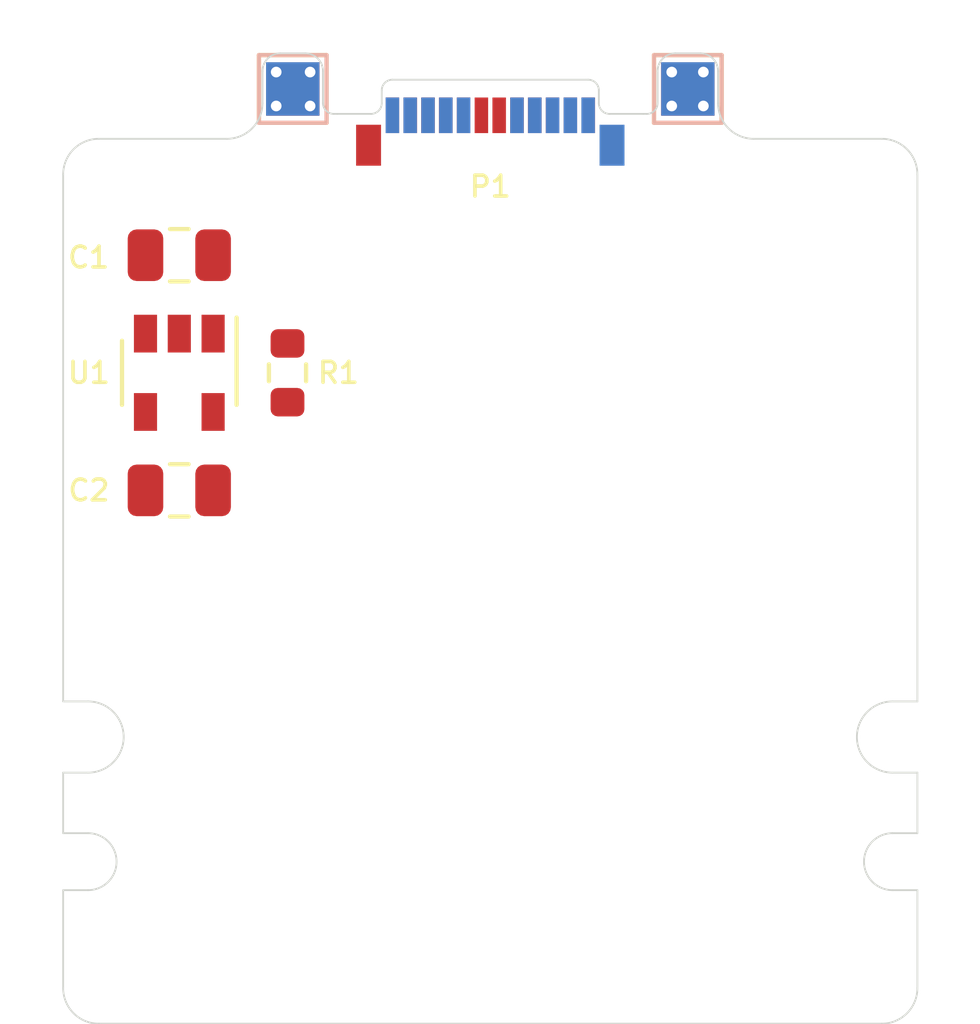
<source format=kicad_pcb>
(kicad_pcb (version 20171130) (host pcbnew "(5.1.8)-1")

  (general
    (thickness 0.8)
    (drawings 43)
    (tracks 8)
    (zones 0)
    (modules 9)
    (nets 5)
  )

  (page A4)
  (title_block
    (title "Expansion Card Template")
    (rev X1)
    (company Framework)
    (comment 1 "This work is licensed under a Creative Commons Attribution 4.0 International License")
    (comment 4 https://frame.work)
  )

  (layers
    (0 F.Cu signal)
    (31 B.Cu signal)
    (32 B.Adhes user)
    (33 F.Adhes user)
    (34 B.Paste user)
    (35 F.Paste user)
    (36 B.SilkS user)
    (37 F.SilkS user)
    (38 B.Mask user)
    (39 F.Mask user)
    (40 Dwgs.User user)
    (41 Cmts.User user)
    (42 Eco1.User user hide)
    (43 Eco2.User user)
    (44 Edge.Cuts user)
    (45 Margin user)
    (46 B.CrtYd user)
    (47 F.CrtYd user)
    (48 B.Fab user hide)
    (49 F.Fab user hide)
  )

  (setup
    (last_trace_width 0.25)
    (user_trace_width 0.1524)
    (user_trace_width 0.254)
    (user_trace_width 0.381)
    (user_trace_width 0.508)
    (user_trace_width 0.8128)
    (trace_clearance 0.2)
    (zone_clearance 0.1524)
    (zone_45_only no)
    (trace_min 0.1524)
    (via_size 0.8)
    (via_drill 0.4)
    (via_min_size 0.5)
    (via_min_drill 0.3)
    (user_via 0.5 0.3)
    (uvia_size 0.3)
    (uvia_drill 0.1)
    (uvias_allowed no)
    (uvia_min_size 0.2)
    (uvia_min_drill 0.1)
    (edge_width 0.05)
    (segment_width 0.2)
    (pcb_text_width 0.3)
    (pcb_text_size 1.5 1.5)
    (mod_edge_width 0.1016)
    (mod_text_size 0.5842 0.5842)
    (mod_text_width 0.1016)
    (pad_size 1.5 1.5)
    (pad_drill 0)
    (pad_to_mask_clearance 0)
    (aux_axis_origin 0 0)
    (visible_elements 7FFFFFFF)
    (pcbplotparams
      (layerselection 0x01000_7ffffffe)
      (usegerberextensions false)
      (usegerberattributes true)
      (usegerberadvancedattributes true)
      (creategerberjobfile true)
      (excludeedgelayer true)
      (linewidth 0.100000)
      (plotframeref false)
      (viasonmask false)
      (mode 1)
      (useauxorigin false)
      (hpglpennumber 1)
      (hpglpenspeed 20)
      (hpglpendiameter 15.000000)
      (psnegative false)
      (psa4output false)
      (plotreference true)
      (plotvalue true)
      (plotinvisibletext false)
      (padsonsilk false)
      (subtractmaskfromsilk false)
      (outputformat 3)
      (mirror false)
      (drillshape 0)
      (scaleselection 1)
      (outputdirectory ""))
  )

  (net 0 "")
  (net 1 GND)
  (net 2 +3V3)
  (net 3 VBUS)
  (net 4 "Net-(P1-PadA5)")

  (net_class Default "This is the default net class."
    (clearance 0.2)
    (trace_width 0.25)
    (via_dia 0.8)
    (via_drill 0.4)
    (uvia_dia 0.3)
    (uvia_drill 0.1)
    (add_net +3V3)
    (add_net GND)
    (add_net "Net-(P1-PadA5)")
    (add_net VBUS)
  )

  (module TestPoint:TestPoint_Pad_1.5x1.5mm (layer B.Cu) (tedit 5A0F774F) (tstamp 60B1BD5C)
    (at 145.55 128.3 180)
    (descr "SMD rectangular pad as test Point, square 1.5mm side length")
    (tags "test point SMD pad rectangle square")
    (path /606A8E98)
    (attr virtual)
    (fp_text reference TP4 (at 0 1.648) (layer B.SilkS) hide
      (effects (font (size 1 1) (thickness 0.15)) (justify mirror))
    )
    (fp_text value TestPoint (at 0 -1.75) (layer B.Fab)
      (effects (font (size 1 1) (thickness 0.15)) (justify mirror))
    )
    (fp_text user %R (at 0 1.65) (layer B.Fab)
      (effects (font (size 1 1) (thickness 0.15)) (justify mirror))
    )
    (fp_line (start -0.95 0.95) (end 0.95 0.95) (layer B.SilkS) (width 0.12))
    (fp_line (start 0.95 0.95) (end 0.95 -0.95) (layer B.SilkS) (width 0.12))
    (fp_line (start 0.95 -0.95) (end -0.95 -0.95) (layer B.SilkS) (width 0.12))
    (fp_line (start -0.95 -0.95) (end -0.95 0.95) (layer B.SilkS) (width 0.12))
    (fp_line (start -1.25 1.25) (end 1.25 1.25) (layer B.CrtYd) (width 0.05))
    (fp_line (start -1.25 1.25) (end -1.25 -1.25) (layer B.CrtYd) (width 0.05))
    (fp_line (start 1.25 -1.25) (end 1.25 1.25) (layer B.CrtYd) (width 0.05))
    (fp_line (start 1.25 -1.25) (end -1.25 -1.25) (layer B.CrtYd) (width 0.05))
    (pad 1 smd rect (at 0 0 180) (size 1.5 1.5) (layers B.Cu B.Mask)
      (net 1 GND))
  )

  (module TestPoint:TestPoint_Pad_1.5x1.5mm (layer F.Cu) (tedit 5A0F774F) (tstamp 60B1BD4E)
    (at 145.55 128.3)
    (descr "SMD rectangular pad as test Point, square 1.5mm side length")
    (tags "test point SMD pad rectangle square")
    (path /606A8C9B)
    (attr virtual)
    (fp_text reference TP3 (at 0 -1.648) (layer F.SilkS) hide
      (effects (font (size 1 1) (thickness 0.15)))
    )
    (fp_text value TestPoint (at 0 1.75) (layer F.Fab)
      (effects (font (size 1 1) (thickness 0.15)))
    )
    (fp_text user %R (at 0 -1.65) (layer F.Fab)
      (effects (font (size 1 1) (thickness 0.15)))
    )
    (fp_line (start -0.95 -0.95) (end 0.95 -0.95) (layer F.SilkS) (width 0.12))
    (fp_line (start 0.95 -0.95) (end 0.95 0.95) (layer F.SilkS) (width 0.12))
    (fp_line (start 0.95 0.95) (end -0.95 0.95) (layer F.SilkS) (width 0.12))
    (fp_line (start -0.95 0.95) (end -0.95 -0.95) (layer F.SilkS) (width 0.12))
    (fp_line (start -1.25 -1.25) (end 1.25 -1.25) (layer F.CrtYd) (width 0.05))
    (fp_line (start -1.25 -1.25) (end -1.25 1.25) (layer F.CrtYd) (width 0.05))
    (fp_line (start 1.25 1.25) (end 1.25 -1.25) (layer F.CrtYd) (width 0.05))
    (fp_line (start 1.25 1.25) (end -1.25 1.25) (layer F.CrtYd) (width 0.05))
    (pad 1 smd rect (at 0 0) (size 1.5 1.5) (layers F.Cu F.Mask)
      (net 1 GND))
  )

  (module TestPoint:TestPoint_Pad_1.5x1.5mm (layer B.Cu) (tedit 5A0F774F) (tstamp 60B1BD40)
    (at 134.45 128.3 180)
    (descr "SMD rectangular pad as test Point, square 1.5mm side length")
    (tags "test point SMD pad rectangle square")
    (path /606A78C1)
    (attr virtual)
    (fp_text reference TP2 (at 0 1.648) (layer B.SilkS) hide
      (effects (font (size 1 1) (thickness 0.15)) (justify mirror))
    )
    (fp_text value TestPoint (at 0 -1.75) (layer B.Fab)
      (effects (font (size 1 1) (thickness 0.15)) (justify mirror))
    )
    (fp_text user %R (at 0 1.65) (layer B.Fab)
      (effects (font (size 1 1) (thickness 0.15)) (justify mirror))
    )
    (fp_line (start -0.95 0.95) (end 0.95 0.95) (layer B.SilkS) (width 0.12))
    (fp_line (start 0.95 0.95) (end 0.95 -0.95) (layer B.SilkS) (width 0.12))
    (fp_line (start 0.95 -0.95) (end -0.95 -0.95) (layer B.SilkS) (width 0.12))
    (fp_line (start -0.95 -0.95) (end -0.95 0.95) (layer B.SilkS) (width 0.12))
    (fp_line (start -1.25 1.25) (end 1.25 1.25) (layer B.CrtYd) (width 0.05))
    (fp_line (start -1.25 1.25) (end -1.25 -1.25) (layer B.CrtYd) (width 0.05))
    (fp_line (start 1.25 -1.25) (end 1.25 1.25) (layer B.CrtYd) (width 0.05))
    (fp_line (start 1.25 -1.25) (end -1.25 -1.25) (layer B.CrtYd) (width 0.05))
    (pad 1 smd rect (at 0 0 180) (size 1.5 1.5) (layers B.Cu B.Mask)
      (net 1 GND))
  )

  (module TestPoint:TestPoint_Pad_1.5x1.5mm (layer F.Cu) (tedit 5A0F774F) (tstamp 60B1BDE8)
    (at 134.45 128.3)
    (descr "SMD rectangular pad as test Point, square 1.5mm side length")
    (tags "test point SMD pad rectangle square")
    (path /606A89A3)
    (attr virtual)
    (fp_text reference TP1 (at 0 -1.648) (layer F.SilkS) hide
      (effects (font (size 1 1) (thickness 0.15)))
    )
    (fp_text value TestPoint (at 0 1.75) (layer F.Fab)
      (effects (font (size 1 1) (thickness 0.15)))
    )
    (fp_text user %R (at 0 -1.65) (layer F.Fab)
      (effects (font (size 1 1) (thickness 0.15)))
    )
    (fp_line (start -0.95 -0.95) (end 0.95 -0.95) (layer F.SilkS) (width 0.12))
    (fp_line (start 0.95 -0.95) (end 0.95 0.95) (layer F.SilkS) (width 0.12))
    (fp_line (start 0.95 0.95) (end -0.95 0.95) (layer F.SilkS) (width 0.12))
    (fp_line (start -0.95 0.95) (end -0.95 -0.95) (layer F.SilkS) (width 0.12))
    (fp_line (start -1.25 -1.25) (end 1.25 -1.25) (layer F.CrtYd) (width 0.05))
    (fp_line (start -1.25 -1.25) (end -1.25 1.25) (layer F.CrtYd) (width 0.05))
    (fp_line (start 1.25 1.25) (end 1.25 -1.25) (layer F.CrtYd) (width 0.05))
    (fp_line (start 1.25 1.25) (end -1.25 1.25) (layer F.CrtYd) (width 0.05))
    (pad 1 smd rect (at 0 0) (size 1.5 1.5) (layers F.Cu F.Mask)
      (net 1 GND))
  )

  (module Expansion_Card:USB_C_Plug_Molex_105444 (layer F.Cu) (tedit 5FD6C164) (tstamp 5FD711FA)
    (at 140 129)
    (descr "Universal Serial Bus (USB) Shielded I/O Plug, Type C, Right Angle, Surface Mount, http://www.molex.com/pdm_docs/sd/1054440001_sd.pdf")
    (tags "USB Type-C Plug Edge Mount")
    (path /5FD76BC6)
    (attr smd)
    (fp_text reference P1 (at 0 2.04) (layer F.SilkS)
      (effects (font (size 0.5842 0.5842) (thickness 0.1016)))
    )
    (fp_text value USB_C_Plug_USB2.0 (at 0 -1.96) (layer F.Fab)
      (effects (font (size 1 1) (thickness 0.15)))
    )
    (fp_line (start 4.3 1.96) (end -4.3 1.96) (layer F.CrtYd) (width 0.05))
    (fp_line (start 4.3 -1.46) (end -4.3 -1.46) (layer F.CrtYd) (width 0.05))
    (fp_line (start 4.3 1.96) (end 4.3 -1.46) (layer F.CrtYd) (width 0.05))
    (fp_line (start -3.35 0) (end -4.3 0) (layer Edge.Cuts) (width 0.05))
    (fp_line (start -3.05 -0.66) (end -3.05 -0.3) (layer Edge.Cuts) (width 0.05))
    (fp_line (start -2.75 -0.96) (end 2.75 -0.96) (layer Edge.Cuts) (width 0.05))
    (fp_line (start 3.05 -0.66) (end 3.05 -0.3) (layer Edge.Cuts) (width 0.05))
    (fp_line (start 3.35 0) (end 4.3 0) (layer Edge.Cuts) (width 0.05))
    (fp_line (start -3.35 0) (end -4.3 0) (layer Eco1.User) (width 0.1))
    (fp_line (start -3.05 -0.66) (end -3.05 -0.3) (layer Eco1.User) (width 0.1))
    (fp_line (start -2.75 -0.96) (end 2.75 -0.96) (layer Eco1.User) (width 0.1))
    (fp_line (start 3.05 -0.66) (end 3.05 -0.3) (layer Eco1.User) (width 0.1))
    (fp_line (start 3.35 0) (end 4.3 0) (layer Eco1.User) (width 0.1))
    (fp_line (start -4.3 1.96) (end -4.3 -1.46) (layer F.CrtYd) (width 0.05))
    (fp_text user %R (at 0 2.04) (layer F.Fab)
      (effects (font (size 1 1) (thickness 0.15)))
    )
    (fp_text user "PCB Edge" (at 0 -0.96) (layer Dwgs.User)
      (effects (font (size 0.5 0.5) (thickness 0.08)))
    )
    (fp_arc (start 2.75 -0.66) (end 2.75 -0.96) (angle 90) (layer Edge.Cuts) (width 0.05))
    (fp_arc (start -2.75 -0.66) (end -3.05 -0.66) (angle 90) (layer Edge.Cuts) (width 0.05))
    (fp_arc (start 3.35 -0.3) (end 3.35 0) (angle 90) (layer Edge.Cuts) (width 0.05))
    (fp_arc (start -3.35 -0.3) (end -3.05 -0.3) (angle 90) (layer Edge.Cuts) (width 0.05))
    (fp_arc (start 2.75 -0.66) (end 2.75 -0.96) (angle 90) (layer Eco1.User) (width 0.1))
    (fp_arc (start -2.75 -0.66) (end -3.05 -0.66) (angle 90) (layer Eco1.User) (width 0.1))
    (fp_arc (start 3.35 -0.3) (end 3.35 0) (angle 90) (layer Eco1.User) (width 0.1))
    (fp_arc (start -3.35 -0.3) (end -3.05 -0.3) (angle 90) (layer Eco1.User) (width 0.1))
    (pad A1 smd rect (at -2.75 0.04) (size 0.38 1) (layers F.Cu F.Paste F.Mask)
      (net 1 GND))
    (pad A2 smd rect (at -2.25 0.04) (size 0.38 1) (layers F.Cu F.Paste F.Mask))
    (pad A3 smd rect (at -1.75 0.04) (size 0.38 1) (layers F.Cu F.Paste F.Mask))
    (pad A4 smd rect (at -1.25 0.04) (size 0.38 1) (layers F.Cu F.Paste F.Mask)
      (net 3 VBUS))
    (pad A5 smd rect (at -0.75 0.04) (size 0.38 1) (layers F.Cu F.Paste F.Mask)
      (net 4 "Net-(P1-PadA5)"))
    (pad A6 smd rect (at -0.25 0.04) (size 0.38 1) (layers F.Cu F.Paste F.Mask))
    (pad A7 smd rect (at 0.25 0.04) (size 0.38 1) (layers F.Cu F.Paste F.Mask))
    (pad A8 smd rect (at 0.75 0.04) (size 0.38 1) (layers F.Cu F.Paste F.Mask))
    (pad A9 smd rect (at 1.25 0.04) (size 0.38 1) (layers F.Cu F.Paste F.Mask)
      (net 3 VBUS))
    (pad A10 smd rect (at 1.75 0.04) (size 0.38 1) (layers F.Cu F.Paste F.Mask))
    (pad A11 smd rect (at 2.25 0.04) (size 0.38 1) (layers F.Cu F.Paste F.Mask))
    (pad A12 smd rect (at 2.75 0.04) (size 0.38 1) (layers F.Cu F.Paste F.Mask)
      (net 1 GND))
    (pad S1 smd rect (at -3.42 0.88) (size 0.7 1.15) (layers F.Cu F.Paste F.Mask)
      (net 1 GND))
    (pad S1 smd rect (at 3.42 0.88) (size 0.7 1.15) (layers B.Cu B.Paste B.Mask)
      (net 1 GND))
    (pad B1 smd rect (at 2.75 0.04) (size 0.38 1) (layers B.Cu B.Paste B.Mask)
      (net 1 GND))
    (pad B2 smd rect (at 2.25 0.04) (size 0.38 1) (layers B.Cu B.Paste B.Mask))
    (pad B3 smd rect (at 1.75 0.04) (size 0.38 1) (layers B.Cu B.Paste B.Mask))
    (pad B4 smd rect (at 1.25 0.04) (size 0.38 1) (layers B.Cu B.Paste B.Mask)
      (net 3 VBUS))
    (pad B5 smd rect (at 0.75 0.04) (size 0.38 1) (layers B.Cu B.Paste B.Mask))
    (pad B8 smd rect (at -0.75 0.04) (size 0.38 1) (layers B.Cu B.Paste B.Mask))
    (pad B9 smd rect (at -1.25 0.04) (size 0.38 1) (layers B.Cu B.Paste B.Mask)
      (net 3 VBUS))
    (pad B10 smd rect (at -1.75 0.04) (size 0.38 1) (layers B.Cu B.Paste B.Mask))
    (pad B11 smd rect (at -2.25 0.04) (size 0.38 1) (layers B.Cu B.Paste B.Mask))
    (pad B12 smd rect (at -2.75 0.04) (size 0.38 1) (layers B.Cu B.Paste B.Mask)
      (net 1 GND))
    (model ${KISYS3DMOD}/Connector_USB.3dshapes/USB_C_Plug_Molex_105444.wrl
      (at (xyz 0 0 0))
      (scale (xyz 1 1 1))
      (rotate (xyz 0 0 0))
    )
  )

  (module Package_TO_SOT_SMD:SOT-23-5 (layer F.Cu) (tedit 5A02FF57) (tstamp 5FD6CBAE)
    (at 131.2625 136.271 270)
    (descr "5-pin SOT23 package")
    (tags SOT-23-5)
    (path /5FD33096)
    (attr smd)
    (fp_text reference U1 (at 0 2.54 180) (layer F.SilkS)
      (effects (font (size 0.5842 0.5842) (thickness 0.1016)))
    )
    (fp_text value AP2112K-3.3 (at 0 2.9 90) (layer F.Fab)
      (effects (font (size 1 1) (thickness 0.15)))
    )
    (fp_line (start 0.9 -1.55) (end 0.9 1.55) (layer F.Fab) (width 0.1))
    (fp_line (start 0.9 1.55) (end -0.9 1.55) (layer F.Fab) (width 0.1))
    (fp_line (start -0.9 -0.9) (end -0.9 1.55) (layer F.Fab) (width 0.1))
    (fp_line (start 0.9 -1.55) (end -0.25 -1.55) (layer F.Fab) (width 0.1))
    (fp_line (start -0.9 -0.9) (end -0.25 -1.55) (layer F.Fab) (width 0.1))
    (fp_line (start -1.9 1.8) (end -1.9 -1.8) (layer F.CrtYd) (width 0.05))
    (fp_line (start 1.9 1.8) (end -1.9 1.8) (layer F.CrtYd) (width 0.05))
    (fp_line (start 1.9 -1.8) (end 1.9 1.8) (layer F.CrtYd) (width 0.05))
    (fp_line (start -1.9 -1.8) (end 1.9 -1.8) (layer F.CrtYd) (width 0.05))
    (fp_line (start 0.9 -1.61) (end -1.55 -1.61) (layer F.SilkS) (width 0.12))
    (fp_line (start -0.9 1.61) (end 0.9 1.61) (layer F.SilkS) (width 0.12))
    (fp_text user %R (at 0.08 0) (layer F.Fab)
      (effects (font (size 1 1) (thickness 0.15)))
    )
    (pad 5 smd rect (at 1.1 -0.95 270) (size 1.06 0.65) (layers F.Cu F.Paste F.Mask)
      (net 2 +3V3))
    (pad 4 smd rect (at 1.1 0.95 270) (size 1.06 0.65) (layers F.Cu F.Paste F.Mask))
    (pad 3 smd rect (at -1.1 0.95 270) (size 1.06 0.65) (layers F.Cu F.Paste F.Mask)
      (net 3 VBUS))
    (pad 2 smd rect (at -1.1 0 270) (size 1.06 0.65) (layers F.Cu F.Paste F.Mask)
      (net 1 GND))
    (pad 1 smd rect (at -1.1 -0.95 270) (size 1.06 0.65) (layers F.Cu F.Paste F.Mask)
      (net 3 VBUS))
    (model ${KISYS3DMOD}/Package_TO_SOT_SMD.3dshapes/SOT-23-5.wrl
      (at (xyz 0 0 0))
      (scale (xyz 1 1 1))
      (rotate (xyz 0 0 0))
    )
  )

  (module Resistor_SMD:R_0603_1608Metric (layer F.Cu) (tedit 5F68FEEE) (tstamp 5FD71185)
    (at 134.3025 136.271 270)
    (descr "Resistor SMD 0603 (1608 Metric), square (rectangular) end terminal, IPC_7351 nominal, (Body size source: IPC-SM-782 page 72, https://www.pcb-3d.com/wordpress/wp-content/uploads/ipc-sm-782a_amendment_1_and_2.pdf), generated with kicad-footprint-generator")
    (tags resistor)
    (path /5FD77C84)
    (attr smd)
    (fp_text reference R1 (at 0 -1.43 180) (layer F.SilkS)
      (effects (font (size 0.5842 0.5842) (thickness 0.1016)))
    )
    (fp_text value 5.1k (at 0 1.43 90) (layer F.Fab)
      (effects (font (size 1 1) (thickness 0.15)))
    )
    (fp_line (start 1.48 0.73) (end -1.48 0.73) (layer F.CrtYd) (width 0.05))
    (fp_line (start 1.48 -0.73) (end 1.48 0.73) (layer F.CrtYd) (width 0.05))
    (fp_line (start -1.48 -0.73) (end 1.48 -0.73) (layer F.CrtYd) (width 0.05))
    (fp_line (start -1.48 0.73) (end -1.48 -0.73) (layer F.CrtYd) (width 0.05))
    (fp_line (start -0.237258 0.5225) (end 0.237258 0.5225) (layer F.SilkS) (width 0.12))
    (fp_line (start -0.237258 -0.5225) (end 0.237258 -0.5225) (layer F.SilkS) (width 0.12))
    (fp_line (start 0.8 0.4125) (end -0.8 0.4125) (layer F.Fab) (width 0.1))
    (fp_line (start 0.8 -0.4125) (end 0.8 0.4125) (layer F.Fab) (width 0.1))
    (fp_line (start -0.8 -0.4125) (end 0.8 -0.4125) (layer F.Fab) (width 0.1))
    (fp_line (start -0.8 0.4125) (end -0.8 -0.4125) (layer F.Fab) (width 0.1))
    (fp_text user %R (at 0 0 90) (layer F.Fab)
      (effects (font (size 1 1) (thickness 0.15)))
    )
    (pad 2 smd roundrect (at 0.825 0 270) (size 0.8 0.95) (layers F.Cu F.Paste F.Mask) (roundrect_rratio 0.25)
      (net 1 GND))
    (pad 1 smd roundrect (at -0.825 0 270) (size 0.8 0.95) (layers F.Cu F.Paste F.Mask) (roundrect_rratio 0.25)
      (net 4 "Net-(P1-PadA5)"))
    (model ${KISYS3DMOD}/Resistor_SMD.3dshapes/R_0603_1608Metric.wrl
      (at (xyz 0 0 0))
      (scale (xyz 1 1 1))
      (rotate (xyz 0 0 0))
    )
  )

  (module Capacitor_SMD:C_0805_2012Metric (layer F.Cu) (tedit 5F68FEEE) (tstamp 5FD741E0)
    (at 131.2625 139.573 180)
    (descr "Capacitor SMD 0805 (2012 Metric), square (rectangular) end terminal, IPC_7351 nominal, (Body size source: IPC-SM-782 page 76, https://www.pcb-3d.com/wordpress/wp-content/uploads/ipc-sm-782a_amendment_1_and_2.pdf, https://docs.google.com/spreadsheets/d/1BsfQQcO9C6DZCsRaXUlFlo91Tg2WpOkGARC1WS5S8t0/edit?usp=sharing), generated with kicad-footprint-generator")
    (tags capacitor)
    (path /5FD346B0)
    (attr smd)
    (fp_text reference C2 (at 2.54 0) (layer F.SilkS)
      (effects (font (size 0.5842 0.5842) (thickness 0.1016)))
    )
    (fp_text value 10uF (at 0 1.68) (layer F.Fab)
      (effects (font (size 1 1) (thickness 0.15)))
    )
    (fp_line (start 1.7 0.98) (end -1.7 0.98) (layer F.CrtYd) (width 0.05))
    (fp_line (start 1.7 -0.98) (end 1.7 0.98) (layer F.CrtYd) (width 0.05))
    (fp_line (start -1.7 -0.98) (end 1.7 -0.98) (layer F.CrtYd) (width 0.05))
    (fp_line (start -1.7 0.98) (end -1.7 -0.98) (layer F.CrtYd) (width 0.05))
    (fp_line (start -0.261252 0.735) (end 0.261252 0.735) (layer F.SilkS) (width 0.12))
    (fp_line (start -0.261252 -0.735) (end 0.261252 -0.735) (layer F.SilkS) (width 0.12))
    (fp_line (start 1 0.625) (end -1 0.625) (layer F.Fab) (width 0.1))
    (fp_line (start 1 -0.625) (end 1 0.625) (layer F.Fab) (width 0.1))
    (fp_line (start -1 -0.625) (end 1 -0.625) (layer F.Fab) (width 0.1))
    (fp_line (start -1 0.625) (end -1 -0.625) (layer F.Fab) (width 0.1))
    (fp_text user %R (at 0 0) (layer F.Fab)
      (effects (font (size 1 1) (thickness 0.15)))
    )
    (pad 2 smd roundrect (at 0.95 0 180) (size 1 1.45) (layers F.Cu F.Paste F.Mask) (roundrect_rratio 0.25)
      (net 1 GND))
    (pad 1 smd roundrect (at -0.95 0 180) (size 1 1.45) (layers F.Cu F.Paste F.Mask) (roundrect_rratio 0.25)
      (net 2 +3V3))
    (model ${KISYS3DMOD}/Capacitor_SMD.3dshapes/C_0805_2012Metric.wrl
      (at (xyz 0 0 0))
      (scale (xyz 1 1 1))
      (rotate (xyz 0 0 0))
    )
  )

  (module Capacitor_SMD:C_0805_2012Metric (layer F.Cu) (tedit 5F68FEEE) (tstamp 5FD6CD1E)
    (at 131.2625 132.969 180)
    (descr "Capacitor SMD 0805 (2012 Metric), square (rectangular) end terminal, IPC_7351 nominal, (Body size source: IPC-SM-782 page 76, https://www.pcb-3d.com/wordpress/wp-content/uploads/ipc-sm-782a_amendment_1_and_2.pdf, https://docs.google.com/spreadsheets/d/1BsfQQcO9C6DZCsRaXUlFlo91Tg2WpOkGARC1WS5S8t0/edit?usp=sharing), generated with kicad-footprint-generator")
    (tags capacitor)
    (path /5FD33D8E)
    (attr smd)
    (fp_text reference C1 (at 2.548 -0.0635) (layer F.SilkS)
      (effects (font (size 0.5842 0.5842) (thickness 0.1016)))
    )
    (fp_text value 10uF (at 0 1.68) (layer F.Fab)
      (effects (font (size 1 1) (thickness 0.15)))
    )
    (fp_line (start 1.7 0.98) (end -1.7 0.98) (layer F.CrtYd) (width 0.05))
    (fp_line (start 1.7 -0.98) (end 1.7 0.98) (layer F.CrtYd) (width 0.05))
    (fp_line (start -1.7 -0.98) (end 1.7 -0.98) (layer F.CrtYd) (width 0.05))
    (fp_line (start -1.7 0.98) (end -1.7 -0.98) (layer F.CrtYd) (width 0.05))
    (fp_line (start -0.261252 0.735) (end 0.261252 0.735) (layer F.SilkS) (width 0.12))
    (fp_line (start -0.261252 -0.735) (end 0.261252 -0.735) (layer F.SilkS) (width 0.12))
    (fp_line (start 1 0.625) (end -1 0.625) (layer F.Fab) (width 0.1))
    (fp_line (start 1 -0.625) (end 1 0.625) (layer F.Fab) (width 0.1))
    (fp_line (start -1 -0.625) (end 1 -0.625) (layer F.Fab) (width 0.1))
    (fp_line (start -1 0.625) (end -1 -0.625) (layer F.Fab) (width 0.1))
    (fp_text user %R (at 0 0 180) (layer F.Fab)
      (effects (font (size 1 1) (thickness 0.15)))
    )
    (pad 2 smd roundrect (at 0.95 0 180) (size 1 1.45) (layers F.Cu F.Paste F.Mask) (roundrect_rratio 0.25)
      (net 1 GND))
    (pad 1 smd roundrect (at -0.95 0 180) (size 1 1.45) (layers F.Cu F.Paste F.Mask) (roundrect_rratio 0.25)
      (net 3 VBUS))
    (model ${KISYS3DMOD}/Capacitor_SMD.3dshapes/C_0805_2012Metric.wrl
      (at (xyz 0 0 0))
      (scale (xyz 1 1 1))
      (rotate (xyz 0 0 0))
    )
  )

  (gr_circle (center 151.3 146.5) (end 153.75 146.5) (layer F.CrtYd) (width 0.05) (tstamp 60B1B3F5))
  (gr_circle (center 128.7 146.5) (end 131.15 146.5) (layer F.CrtYd) (width 0.05))
  (gr_arc (start 147.4 128.7) (end 146.4 128.7) (angle -90) (layer Edge.Cuts) (width 0.05))
  (gr_arc (start 151 130.7) (end 152 130.7) (angle -90) (layer Edge.Cuts) (width 0.05))
  (gr_arc (start 145.9 127.8) (end 146.4 127.8) (angle -90) (layer Edge.Cuts) (width 0.05))
  (gr_arc (start 151.3 150) (end 151.3 149.2) (angle -180) (layer Edge.Cuts) (width 0.05))
  (gr_arc (start 151.3 146.5) (end 151.3 145.5) (angle -180) (layer Edge.Cuts) (width 0.05))
  (gr_arc (start 145.2 127.8) (end 145.2 127.3) (angle -90) (layer Edge.Cuts) (width 0.05))
  (gr_arc (start 134.8 127.8) (end 135.3 127.8) (angle -90) (layer Edge.Cuts) (width 0.05))
  (gr_arc (start 151 153.55) (end 151 154.55) (angle -90) (layer Edge.Cuts) (width 0.05))
  (gr_arc (start 134.1 127.8) (end 134.1 127.3) (angle -90) (layer Edge.Cuts) (width 0.05))
  (gr_line (start 145.9 127.3) (end 145.2 127.3) (layer Edge.Cuts) (width 0.05))
  (gr_line (start 132.6 129.7) (end 129 129.7) (layer Edge.Cuts) (width 0.05))
  (gr_line (start 147.4 129.7) (end 151 129.7) (layer Edge.Cuts) (width 0.05))
  (gr_arc (start 132.6 128.7) (end 132.6 129.7) (angle -90) (layer Edge.Cuts) (width 0.05))
  (gr_arc (start 128.7 146.5) (end 128.7 147.5) (angle -180) (layer Edge.Cuts) (width 0.05))
  (gr_arc (start 129 130.7) (end 129 129.7) (angle -90) (layer Edge.Cuts) (width 0.05))
  (gr_arc (start 129 153.55) (end 128 153.55) (angle -90) (layer Edge.Cuts) (width 0.05))
  (gr_arc (start 128.7 150) (end 128.7 150.8) (angle -180) (layer Edge.Cuts) (width 0.05))
  (gr_line (start 134.8 127.3) (end 134.1 127.3) (layer Edge.Cuts) (width 0.05))
  (gr_line (start 128 150.8) (end 128.7 150.8) (layer Edge.Cuts) (width 0.05))
  (gr_line (start 128.7 149.2) (end 128 149.2) (layer Edge.Cuts) (width 0.05))
  (gr_line (start 128 145.5) (end 128 130.7) (layer Edge.Cuts) (width 0.05))
  (gr_line (start 151.3 149.2) (end 152 149.2) (layer Edge.Cuts) (width 0.05))
  (gr_line (start 151.3 150.8) (end 152 150.8) (layer Edge.Cuts) (width 0.05))
  (gr_line (start 152 145.5) (end 152 130.7) (layer Edge.Cuts) (width 0.05))
  (gr_line (start 146.4 128.7) (end 146.4 127.8) (layer Edge.Cuts) (width 0.05))
  (gr_line (start 144.7 128.7) (end 144.7 127.8) (layer Edge.Cuts) (width 0.05))
  (gr_line (start 152 153.55) (end 152 150.8) (layer Edge.Cuts) (width 0.05))
  (gr_line (start 152 149.2) (end 152 147.5) (layer Edge.Cuts) (width 0.05))
  (gr_line (start 135.3 128.7) (end 135.3 127.8) (layer Edge.Cuts) (width 0.05))
  (gr_line (start 128.7 145.5) (end 128 145.5) (layer Edge.Cuts) (width 0.05))
  (gr_line (start 128.7 147.5) (end 128 147.5) (layer Edge.Cuts) (width 0.05))
  (gr_line (start 133.6 128.7) (end 133.6 127.8) (layer Edge.Cuts) (width 0.05))
  (gr_line (start 151.3 147.5) (end 152 147.5) (layer Edge.Cuts) (width 0.05))
  (gr_line (start 151.3 145.5) (end 152 145.5) (layer Edge.Cuts) (width 0.05))
  (gr_line (start 151 154.55) (end 129 154.55) (layer Edge.Cuts) (width 0.05))
  (gr_line (start 128 149.2) (end 128 147.5) (layer Edge.Cuts) (width 0.05))
  (gr_line (start 128 150.8) (end 128 153.55) (layer Edge.Cuts) (width 0.05))
  (gr_line (start 144.3 129) (end 144.4 129) (layer Edge.Cuts) (width 0.05) (tstamp 5FD7F67A))
  (gr_line (start 135.6 129) (end 135.7 129) (layer Edge.Cuts) (width 0.05))
  (gr_arc (start 144.4 128.7) (end 144.4 129) (angle -90) (layer Edge.Cuts) (width 0.05) (tstamp 5FD740C4))
  (gr_arc (start 135.6 128.7) (end 135.3 128.7) (angle -90) (layer Edge.Cuts) (width 0.05) (tstamp 60B1B6CA))

  (via (at 145.9865 128.778) (size 0.5) (drill 0.3) (layers F.Cu B.Cu) (net 1))
  (via (at 145.0975 128.778) (size 0.5) (drill 0.3) (layers F.Cu B.Cu) (net 1))
  (via (at 145.9865 127.8255) (size 0.5) (drill 0.3) (layers F.Cu B.Cu) (net 1))
  (via (at 145.0975 127.8255) (size 0.5) (drill 0.3) (layers F.Cu B.Cu) (net 1))
  (via (at 133.985 128.778) (size 0.5) (drill 0.3) (layers F.Cu B.Cu) (net 1))
  (via (at 134.9375 128.778) (size 0.5) (drill 0.3) (layers F.Cu B.Cu) (net 1))
  (via (at 134.9375 127.8255) (size 0.5) (drill 0.3) (layers F.Cu B.Cu) (net 1))
  (via (at 133.985 127.8255) (size 0.5) (drill 0.3) (layers F.Cu B.Cu) (net 1))

)

</source>
